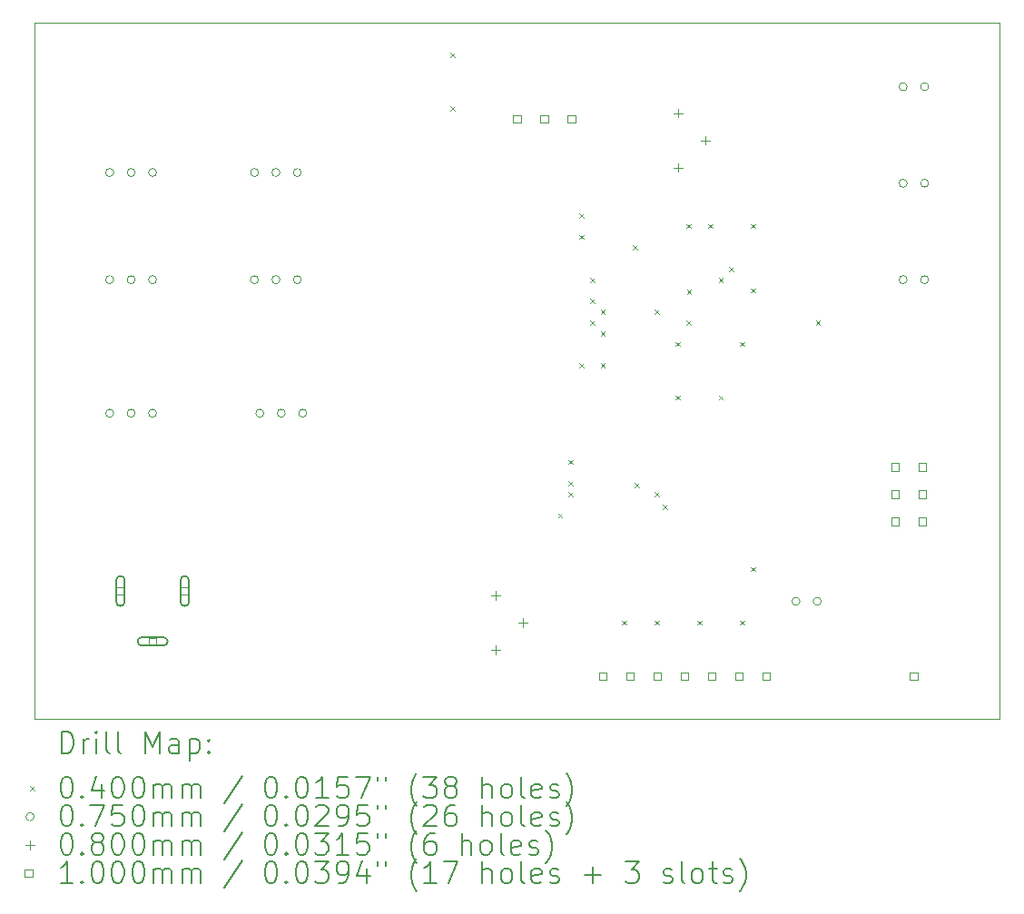
<source format=gbr>
%FSLAX45Y45*%
G04 Gerber Fmt 4.5, Leading zero omitted, Abs format (unit mm)*
G04 Created by KiCad (PCBNEW 6.0.2+dfsg-1) date 2022-11-12 16:15:43*
%MOMM*%
%LPD*%
G01*
G04 APERTURE LIST*
%TA.AperFunction,Profile*%
%ADD10C,0.100000*%
%TD*%
%ADD11C,0.200000*%
%ADD12C,0.040000*%
%ADD13C,0.075000*%
%ADD14C,0.080000*%
%ADD15C,0.100000*%
G04 APERTURE END LIST*
D10*
X19800000Y-6400000D02*
X10800000Y-6400000D01*
X10800000Y-6400000D02*
X10800000Y-12900000D01*
X10800000Y-12900000D02*
X19800000Y-12900000D01*
X19800000Y-12900000D02*
X19800000Y-6400000D01*
D11*
D12*
X14680000Y-6680000D02*
X14720000Y-6720000D01*
X14720000Y-6680000D02*
X14680000Y-6720000D01*
X14680000Y-7180000D02*
X14720000Y-7220000D01*
X14720000Y-7180000D02*
X14680000Y-7220000D01*
X15680000Y-10980000D02*
X15720000Y-11020000D01*
X15720000Y-10980000D02*
X15680000Y-11020000D01*
X15780000Y-10480000D02*
X15820000Y-10520000D01*
X15820000Y-10480000D02*
X15780000Y-10520000D01*
X15780000Y-10680000D02*
X15820000Y-10720000D01*
X15820000Y-10680000D02*
X15780000Y-10720000D01*
X15780000Y-10780000D02*
X15820000Y-10820000D01*
X15820000Y-10780000D02*
X15780000Y-10820000D01*
X15880000Y-8180000D02*
X15920000Y-8220000D01*
X15920000Y-8180000D02*
X15880000Y-8220000D01*
X15880000Y-8380000D02*
X15920000Y-8420000D01*
X15920000Y-8380000D02*
X15880000Y-8420000D01*
X15880000Y-9580000D02*
X15920000Y-9620000D01*
X15920000Y-9580000D02*
X15880000Y-9620000D01*
X15980000Y-8780000D02*
X16020000Y-8820000D01*
X16020000Y-8780000D02*
X15980000Y-8820000D01*
X15980000Y-8980000D02*
X16020000Y-9020000D01*
X16020000Y-8980000D02*
X15980000Y-9020000D01*
X15980000Y-9180000D02*
X16020000Y-9220000D01*
X16020000Y-9180000D02*
X15980000Y-9220000D01*
X16080000Y-9080000D02*
X16120000Y-9120000D01*
X16120000Y-9080000D02*
X16080000Y-9120000D01*
X16080000Y-9280000D02*
X16120000Y-9320000D01*
X16120000Y-9280000D02*
X16080000Y-9320000D01*
X16080000Y-9580000D02*
X16120000Y-9620000D01*
X16120000Y-9580000D02*
X16080000Y-9620000D01*
X16280000Y-11980000D02*
X16320000Y-12020000D01*
X16320000Y-11980000D02*
X16280000Y-12020000D01*
X16380000Y-8480000D02*
X16420000Y-8520000D01*
X16420000Y-8480000D02*
X16380000Y-8520000D01*
X16397500Y-10697500D02*
X16437500Y-10737500D01*
X16437500Y-10697500D02*
X16397500Y-10737500D01*
X16580000Y-10780000D02*
X16620000Y-10820000D01*
X16620000Y-10780000D02*
X16580000Y-10820000D01*
X16580000Y-11980000D02*
X16620000Y-12020000D01*
X16620000Y-11980000D02*
X16580000Y-12020000D01*
X16581230Y-9078770D02*
X16621230Y-9118770D01*
X16621230Y-9078770D02*
X16581230Y-9118770D01*
X16660000Y-10900000D02*
X16700000Y-10940000D01*
X16700000Y-10900000D02*
X16660000Y-10940000D01*
X16780000Y-9380000D02*
X16820000Y-9420000D01*
X16820000Y-9380000D02*
X16780000Y-9420000D01*
X16780000Y-9880000D02*
X16820000Y-9920000D01*
X16820000Y-9880000D02*
X16780000Y-9920000D01*
X16880000Y-8280000D02*
X16920000Y-8320000D01*
X16920000Y-8280000D02*
X16880000Y-8320000D01*
X16880000Y-9180000D02*
X16920000Y-9220000D01*
X16920000Y-9180000D02*
X16880000Y-9220000D01*
X16882600Y-8894950D02*
X16922600Y-8934950D01*
X16922600Y-8894950D02*
X16882600Y-8934950D01*
X16980000Y-11980000D02*
X17020000Y-12020000D01*
X17020000Y-11980000D02*
X16980000Y-12020000D01*
X17080000Y-8280000D02*
X17120000Y-8320000D01*
X17120000Y-8280000D02*
X17080000Y-8320000D01*
X17180000Y-8780000D02*
X17220000Y-8820000D01*
X17220000Y-8780000D02*
X17180000Y-8820000D01*
X17180000Y-9880000D02*
X17220000Y-9920000D01*
X17220000Y-9880000D02*
X17180000Y-9920000D01*
X17280000Y-8680000D02*
X17320000Y-8720000D01*
X17320000Y-8680000D02*
X17280000Y-8720000D01*
X17380000Y-9380000D02*
X17420000Y-9420000D01*
X17420000Y-9380000D02*
X17380000Y-9420000D01*
X17380000Y-11980000D02*
X17420000Y-12020000D01*
X17420000Y-11980000D02*
X17380000Y-12020000D01*
X17480000Y-8280000D02*
X17520000Y-8320000D01*
X17520000Y-8280000D02*
X17480000Y-8320000D01*
X17480000Y-8880000D02*
X17520000Y-8920000D01*
X17520000Y-8880000D02*
X17480000Y-8920000D01*
X17480000Y-11480000D02*
X17520000Y-11520000D01*
X17520000Y-11480000D02*
X17480000Y-11520000D01*
X18085000Y-9180000D02*
X18125000Y-9220000D01*
X18125000Y-9180000D02*
X18085000Y-9220000D01*
D13*
X11537500Y-7800000D02*
G75*
G03*
X11537500Y-7800000I-37500J0D01*
G01*
X11537500Y-8800000D02*
G75*
G03*
X11537500Y-8800000I-37500J0D01*
G01*
X11537500Y-10045000D02*
G75*
G03*
X11537500Y-10045000I-37500J0D01*
G01*
X11737500Y-7800000D02*
G75*
G03*
X11737500Y-7800000I-37500J0D01*
G01*
X11737500Y-8800000D02*
G75*
G03*
X11737500Y-8800000I-37500J0D01*
G01*
X11737500Y-10045000D02*
G75*
G03*
X11737500Y-10045000I-37500J0D01*
G01*
X11937500Y-7800000D02*
G75*
G03*
X11937500Y-7800000I-37500J0D01*
G01*
X11937500Y-8800000D02*
G75*
G03*
X11937500Y-8800000I-37500J0D01*
G01*
X11937500Y-10045000D02*
G75*
G03*
X11937500Y-10045000I-37500J0D01*
G01*
X12887500Y-7800000D02*
G75*
G03*
X12887500Y-7800000I-37500J0D01*
G01*
X12887500Y-8800000D02*
G75*
G03*
X12887500Y-8800000I-37500J0D01*
G01*
X12937500Y-10045000D02*
G75*
G03*
X12937500Y-10045000I-37500J0D01*
G01*
X13087500Y-7800000D02*
G75*
G03*
X13087500Y-7800000I-37500J0D01*
G01*
X13087500Y-8800000D02*
G75*
G03*
X13087500Y-8800000I-37500J0D01*
G01*
X13137500Y-10045000D02*
G75*
G03*
X13137500Y-10045000I-37500J0D01*
G01*
X13287500Y-7800000D02*
G75*
G03*
X13287500Y-7800000I-37500J0D01*
G01*
X13287500Y-8800000D02*
G75*
G03*
X13287500Y-8800000I-37500J0D01*
G01*
X13337500Y-10045000D02*
G75*
G03*
X13337500Y-10045000I-37500J0D01*
G01*
X17937500Y-11800000D02*
G75*
G03*
X17937500Y-11800000I-37500J0D01*
G01*
X18137500Y-11800000D02*
G75*
G03*
X18137500Y-11800000I-37500J0D01*
G01*
X18937500Y-7000000D02*
G75*
G03*
X18937500Y-7000000I-37500J0D01*
G01*
X18937500Y-7900000D02*
G75*
G03*
X18937500Y-7900000I-37500J0D01*
G01*
X18937500Y-8800000D02*
G75*
G03*
X18937500Y-8800000I-37500J0D01*
G01*
X19137500Y-7000000D02*
G75*
G03*
X19137500Y-7000000I-37500J0D01*
G01*
X19137500Y-7900000D02*
G75*
G03*
X19137500Y-7900000I-37500J0D01*
G01*
X19137500Y-8800000D02*
G75*
G03*
X19137500Y-8800000I-37500J0D01*
G01*
D14*
X15101500Y-11706000D02*
X15101500Y-11786000D01*
X15061500Y-11746000D02*
X15141500Y-11746000D01*
X15101500Y-12214000D02*
X15101500Y-12294000D01*
X15061500Y-12254000D02*
X15141500Y-12254000D01*
X15355500Y-11960000D02*
X15355500Y-12040000D01*
X15315500Y-12000000D02*
X15395500Y-12000000D01*
X16801500Y-7206000D02*
X16801500Y-7286000D01*
X16761500Y-7246000D02*
X16841500Y-7246000D01*
X16801500Y-7714000D02*
X16801500Y-7794000D01*
X16761500Y-7754000D02*
X16841500Y-7754000D01*
X17055500Y-7460000D02*
X17055500Y-7540000D01*
X17015500Y-7500000D02*
X17095500Y-7500000D01*
D15*
X11635356Y-11739606D02*
X11635356Y-11668894D01*
X11564644Y-11668894D01*
X11564644Y-11739606D01*
X11635356Y-11739606D01*
D11*
X11560000Y-11604250D02*
X11560000Y-11804250D01*
X11640000Y-11604250D02*
X11640000Y-11804250D01*
X11560000Y-11804250D02*
G75*
G03*
X11640000Y-11804250I40000J0D01*
G01*
X11640000Y-11604250D02*
G75*
G03*
X11560000Y-11604250I-40000J0D01*
G01*
D15*
X11935356Y-12209606D02*
X11935356Y-12138894D01*
X11864644Y-12138894D01*
X11864644Y-12209606D01*
X11935356Y-12209606D01*
D11*
X11800000Y-12214250D02*
X12000000Y-12214250D01*
X11800000Y-12134250D02*
X12000000Y-12134250D01*
X12000000Y-12214250D02*
G75*
G03*
X12000000Y-12134250I0J40000D01*
G01*
X11800000Y-12134250D02*
G75*
G03*
X11800000Y-12214250I0J-40000D01*
G01*
D15*
X12235356Y-11739606D02*
X12235356Y-11668894D01*
X12164644Y-11668894D01*
X12164644Y-11739606D01*
X12235356Y-11739606D01*
D11*
X12160000Y-11604250D02*
X12160000Y-11804250D01*
X12240000Y-11604250D02*
X12240000Y-11804250D01*
X12160000Y-11804250D02*
G75*
G03*
X12240000Y-11804250I40000J0D01*
G01*
X12240000Y-11604250D02*
G75*
G03*
X12160000Y-11604250I-40000J0D01*
G01*
D15*
X15335356Y-7335356D02*
X15335356Y-7264644D01*
X15264644Y-7264644D01*
X15264644Y-7335356D01*
X15335356Y-7335356D01*
X15589356Y-7335356D02*
X15589356Y-7264644D01*
X15518644Y-7264644D01*
X15518644Y-7335356D01*
X15589356Y-7335356D01*
X15843356Y-7335356D02*
X15843356Y-7264644D01*
X15772644Y-7264644D01*
X15772644Y-7335356D01*
X15843356Y-7335356D01*
X16135356Y-12535356D02*
X16135356Y-12464644D01*
X16064644Y-12464644D01*
X16064644Y-12535356D01*
X16135356Y-12535356D01*
X16389356Y-12535356D02*
X16389356Y-12464644D01*
X16318644Y-12464644D01*
X16318644Y-12535356D01*
X16389356Y-12535356D01*
X16643356Y-12535356D02*
X16643356Y-12464644D01*
X16572644Y-12464644D01*
X16572644Y-12535356D01*
X16643356Y-12535356D01*
X16897356Y-12535356D02*
X16897356Y-12464644D01*
X16826644Y-12464644D01*
X16826644Y-12535356D01*
X16897356Y-12535356D01*
X17151356Y-12535356D02*
X17151356Y-12464644D01*
X17080644Y-12464644D01*
X17080644Y-12535356D01*
X17151356Y-12535356D01*
X17405356Y-12535356D02*
X17405356Y-12464644D01*
X17334644Y-12464644D01*
X17334644Y-12535356D01*
X17405356Y-12535356D01*
X17659356Y-12535356D02*
X17659356Y-12464644D01*
X17588644Y-12464644D01*
X17588644Y-12535356D01*
X17659356Y-12535356D01*
X18860106Y-10580856D02*
X18860106Y-10510144D01*
X18789394Y-10510144D01*
X18789394Y-10580856D01*
X18860106Y-10580856D01*
X18860106Y-10834856D02*
X18860106Y-10764144D01*
X18789394Y-10764144D01*
X18789394Y-10834856D01*
X18860106Y-10834856D01*
X18860106Y-11088856D02*
X18860106Y-11018144D01*
X18789394Y-11018144D01*
X18789394Y-11088856D01*
X18860106Y-11088856D01*
X19035356Y-12535356D02*
X19035356Y-12464644D01*
X18964644Y-12464644D01*
X18964644Y-12535356D01*
X19035356Y-12535356D01*
X19114106Y-10580856D02*
X19114106Y-10510144D01*
X19043394Y-10510144D01*
X19043394Y-10580856D01*
X19114106Y-10580856D01*
X19114106Y-10834856D02*
X19114106Y-10764144D01*
X19043394Y-10764144D01*
X19043394Y-10834856D01*
X19114106Y-10834856D01*
X19114106Y-11088856D02*
X19114106Y-11018144D01*
X19043394Y-11018144D01*
X19043394Y-11088856D01*
X19114106Y-11088856D01*
D11*
X11052619Y-13215476D02*
X11052619Y-13015476D01*
X11100238Y-13015476D01*
X11128810Y-13025000D01*
X11147857Y-13044048D01*
X11157381Y-13063095D01*
X11166905Y-13101190D01*
X11166905Y-13129762D01*
X11157381Y-13167857D01*
X11147857Y-13186905D01*
X11128810Y-13205952D01*
X11100238Y-13215476D01*
X11052619Y-13215476D01*
X11252619Y-13215476D02*
X11252619Y-13082143D01*
X11252619Y-13120238D02*
X11262143Y-13101190D01*
X11271667Y-13091667D01*
X11290714Y-13082143D01*
X11309762Y-13082143D01*
X11376428Y-13215476D02*
X11376428Y-13082143D01*
X11376428Y-13015476D02*
X11366905Y-13025000D01*
X11376428Y-13034524D01*
X11385952Y-13025000D01*
X11376428Y-13015476D01*
X11376428Y-13034524D01*
X11500238Y-13215476D02*
X11481190Y-13205952D01*
X11471667Y-13186905D01*
X11471667Y-13015476D01*
X11605000Y-13215476D02*
X11585952Y-13205952D01*
X11576428Y-13186905D01*
X11576428Y-13015476D01*
X11833571Y-13215476D02*
X11833571Y-13015476D01*
X11900238Y-13158333D01*
X11966905Y-13015476D01*
X11966905Y-13215476D01*
X12147857Y-13215476D02*
X12147857Y-13110714D01*
X12138333Y-13091667D01*
X12119286Y-13082143D01*
X12081190Y-13082143D01*
X12062143Y-13091667D01*
X12147857Y-13205952D02*
X12128809Y-13215476D01*
X12081190Y-13215476D01*
X12062143Y-13205952D01*
X12052619Y-13186905D01*
X12052619Y-13167857D01*
X12062143Y-13148809D01*
X12081190Y-13139286D01*
X12128809Y-13139286D01*
X12147857Y-13129762D01*
X12243095Y-13082143D02*
X12243095Y-13282143D01*
X12243095Y-13091667D02*
X12262143Y-13082143D01*
X12300238Y-13082143D01*
X12319286Y-13091667D01*
X12328809Y-13101190D01*
X12338333Y-13120238D01*
X12338333Y-13177381D01*
X12328809Y-13196428D01*
X12319286Y-13205952D01*
X12300238Y-13215476D01*
X12262143Y-13215476D01*
X12243095Y-13205952D01*
X12424048Y-13196428D02*
X12433571Y-13205952D01*
X12424048Y-13215476D01*
X12414524Y-13205952D01*
X12424048Y-13196428D01*
X12424048Y-13215476D01*
X12424048Y-13091667D02*
X12433571Y-13101190D01*
X12424048Y-13110714D01*
X12414524Y-13101190D01*
X12424048Y-13091667D01*
X12424048Y-13110714D01*
D12*
X10755000Y-13525000D02*
X10795000Y-13565000D01*
X10795000Y-13525000D02*
X10755000Y-13565000D01*
D11*
X11090714Y-13435476D02*
X11109762Y-13435476D01*
X11128810Y-13445000D01*
X11138333Y-13454524D01*
X11147857Y-13473571D01*
X11157381Y-13511667D01*
X11157381Y-13559286D01*
X11147857Y-13597381D01*
X11138333Y-13616428D01*
X11128810Y-13625952D01*
X11109762Y-13635476D01*
X11090714Y-13635476D01*
X11071667Y-13625952D01*
X11062143Y-13616428D01*
X11052619Y-13597381D01*
X11043095Y-13559286D01*
X11043095Y-13511667D01*
X11052619Y-13473571D01*
X11062143Y-13454524D01*
X11071667Y-13445000D01*
X11090714Y-13435476D01*
X11243095Y-13616428D02*
X11252619Y-13625952D01*
X11243095Y-13635476D01*
X11233571Y-13625952D01*
X11243095Y-13616428D01*
X11243095Y-13635476D01*
X11424048Y-13502143D02*
X11424048Y-13635476D01*
X11376428Y-13425952D02*
X11328809Y-13568809D01*
X11452619Y-13568809D01*
X11566905Y-13435476D02*
X11585952Y-13435476D01*
X11605000Y-13445000D01*
X11614524Y-13454524D01*
X11624048Y-13473571D01*
X11633571Y-13511667D01*
X11633571Y-13559286D01*
X11624048Y-13597381D01*
X11614524Y-13616428D01*
X11605000Y-13625952D01*
X11585952Y-13635476D01*
X11566905Y-13635476D01*
X11547857Y-13625952D01*
X11538333Y-13616428D01*
X11528809Y-13597381D01*
X11519286Y-13559286D01*
X11519286Y-13511667D01*
X11528809Y-13473571D01*
X11538333Y-13454524D01*
X11547857Y-13445000D01*
X11566905Y-13435476D01*
X11757381Y-13435476D02*
X11776428Y-13435476D01*
X11795476Y-13445000D01*
X11805000Y-13454524D01*
X11814524Y-13473571D01*
X11824048Y-13511667D01*
X11824048Y-13559286D01*
X11814524Y-13597381D01*
X11805000Y-13616428D01*
X11795476Y-13625952D01*
X11776428Y-13635476D01*
X11757381Y-13635476D01*
X11738333Y-13625952D01*
X11728809Y-13616428D01*
X11719286Y-13597381D01*
X11709762Y-13559286D01*
X11709762Y-13511667D01*
X11719286Y-13473571D01*
X11728809Y-13454524D01*
X11738333Y-13445000D01*
X11757381Y-13435476D01*
X11909762Y-13635476D02*
X11909762Y-13502143D01*
X11909762Y-13521190D02*
X11919286Y-13511667D01*
X11938333Y-13502143D01*
X11966905Y-13502143D01*
X11985952Y-13511667D01*
X11995476Y-13530714D01*
X11995476Y-13635476D01*
X11995476Y-13530714D02*
X12005000Y-13511667D01*
X12024048Y-13502143D01*
X12052619Y-13502143D01*
X12071667Y-13511667D01*
X12081190Y-13530714D01*
X12081190Y-13635476D01*
X12176428Y-13635476D02*
X12176428Y-13502143D01*
X12176428Y-13521190D02*
X12185952Y-13511667D01*
X12205000Y-13502143D01*
X12233571Y-13502143D01*
X12252619Y-13511667D01*
X12262143Y-13530714D01*
X12262143Y-13635476D01*
X12262143Y-13530714D02*
X12271667Y-13511667D01*
X12290714Y-13502143D01*
X12319286Y-13502143D01*
X12338333Y-13511667D01*
X12347857Y-13530714D01*
X12347857Y-13635476D01*
X12738333Y-13425952D02*
X12566905Y-13683095D01*
X12995476Y-13435476D02*
X13014524Y-13435476D01*
X13033571Y-13445000D01*
X13043095Y-13454524D01*
X13052619Y-13473571D01*
X13062143Y-13511667D01*
X13062143Y-13559286D01*
X13052619Y-13597381D01*
X13043095Y-13616428D01*
X13033571Y-13625952D01*
X13014524Y-13635476D01*
X12995476Y-13635476D01*
X12976428Y-13625952D01*
X12966905Y-13616428D01*
X12957381Y-13597381D01*
X12947857Y-13559286D01*
X12947857Y-13511667D01*
X12957381Y-13473571D01*
X12966905Y-13454524D01*
X12976428Y-13445000D01*
X12995476Y-13435476D01*
X13147857Y-13616428D02*
X13157381Y-13625952D01*
X13147857Y-13635476D01*
X13138333Y-13625952D01*
X13147857Y-13616428D01*
X13147857Y-13635476D01*
X13281190Y-13435476D02*
X13300238Y-13435476D01*
X13319286Y-13445000D01*
X13328809Y-13454524D01*
X13338333Y-13473571D01*
X13347857Y-13511667D01*
X13347857Y-13559286D01*
X13338333Y-13597381D01*
X13328809Y-13616428D01*
X13319286Y-13625952D01*
X13300238Y-13635476D01*
X13281190Y-13635476D01*
X13262143Y-13625952D01*
X13252619Y-13616428D01*
X13243095Y-13597381D01*
X13233571Y-13559286D01*
X13233571Y-13511667D01*
X13243095Y-13473571D01*
X13252619Y-13454524D01*
X13262143Y-13445000D01*
X13281190Y-13435476D01*
X13538333Y-13635476D02*
X13424048Y-13635476D01*
X13481190Y-13635476D02*
X13481190Y-13435476D01*
X13462143Y-13464048D01*
X13443095Y-13483095D01*
X13424048Y-13492619D01*
X13719286Y-13435476D02*
X13624048Y-13435476D01*
X13614524Y-13530714D01*
X13624048Y-13521190D01*
X13643095Y-13511667D01*
X13690714Y-13511667D01*
X13709762Y-13521190D01*
X13719286Y-13530714D01*
X13728809Y-13549762D01*
X13728809Y-13597381D01*
X13719286Y-13616428D01*
X13709762Y-13625952D01*
X13690714Y-13635476D01*
X13643095Y-13635476D01*
X13624048Y-13625952D01*
X13614524Y-13616428D01*
X13795476Y-13435476D02*
X13928809Y-13435476D01*
X13843095Y-13635476D01*
X13995476Y-13435476D02*
X13995476Y-13473571D01*
X14071667Y-13435476D02*
X14071667Y-13473571D01*
X14366905Y-13711667D02*
X14357381Y-13702143D01*
X14338333Y-13673571D01*
X14328809Y-13654524D01*
X14319286Y-13625952D01*
X14309762Y-13578333D01*
X14309762Y-13540238D01*
X14319286Y-13492619D01*
X14328809Y-13464048D01*
X14338333Y-13445000D01*
X14357381Y-13416428D01*
X14366905Y-13406905D01*
X14424048Y-13435476D02*
X14547857Y-13435476D01*
X14481190Y-13511667D01*
X14509762Y-13511667D01*
X14528809Y-13521190D01*
X14538333Y-13530714D01*
X14547857Y-13549762D01*
X14547857Y-13597381D01*
X14538333Y-13616428D01*
X14528809Y-13625952D01*
X14509762Y-13635476D01*
X14452619Y-13635476D01*
X14433571Y-13625952D01*
X14424048Y-13616428D01*
X14662143Y-13521190D02*
X14643095Y-13511667D01*
X14633571Y-13502143D01*
X14624048Y-13483095D01*
X14624048Y-13473571D01*
X14633571Y-13454524D01*
X14643095Y-13445000D01*
X14662143Y-13435476D01*
X14700238Y-13435476D01*
X14719286Y-13445000D01*
X14728809Y-13454524D01*
X14738333Y-13473571D01*
X14738333Y-13483095D01*
X14728809Y-13502143D01*
X14719286Y-13511667D01*
X14700238Y-13521190D01*
X14662143Y-13521190D01*
X14643095Y-13530714D01*
X14633571Y-13540238D01*
X14624048Y-13559286D01*
X14624048Y-13597381D01*
X14633571Y-13616428D01*
X14643095Y-13625952D01*
X14662143Y-13635476D01*
X14700238Y-13635476D01*
X14719286Y-13625952D01*
X14728809Y-13616428D01*
X14738333Y-13597381D01*
X14738333Y-13559286D01*
X14728809Y-13540238D01*
X14719286Y-13530714D01*
X14700238Y-13521190D01*
X14976428Y-13635476D02*
X14976428Y-13435476D01*
X15062143Y-13635476D02*
X15062143Y-13530714D01*
X15052619Y-13511667D01*
X15033571Y-13502143D01*
X15005000Y-13502143D01*
X14985952Y-13511667D01*
X14976428Y-13521190D01*
X15185952Y-13635476D02*
X15166905Y-13625952D01*
X15157381Y-13616428D01*
X15147857Y-13597381D01*
X15147857Y-13540238D01*
X15157381Y-13521190D01*
X15166905Y-13511667D01*
X15185952Y-13502143D01*
X15214524Y-13502143D01*
X15233571Y-13511667D01*
X15243095Y-13521190D01*
X15252619Y-13540238D01*
X15252619Y-13597381D01*
X15243095Y-13616428D01*
X15233571Y-13625952D01*
X15214524Y-13635476D01*
X15185952Y-13635476D01*
X15366905Y-13635476D02*
X15347857Y-13625952D01*
X15338333Y-13606905D01*
X15338333Y-13435476D01*
X15519286Y-13625952D02*
X15500238Y-13635476D01*
X15462143Y-13635476D01*
X15443095Y-13625952D01*
X15433571Y-13606905D01*
X15433571Y-13530714D01*
X15443095Y-13511667D01*
X15462143Y-13502143D01*
X15500238Y-13502143D01*
X15519286Y-13511667D01*
X15528809Y-13530714D01*
X15528809Y-13549762D01*
X15433571Y-13568809D01*
X15605000Y-13625952D02*
X15624048Y-13635476D01*
X15662143Y-13635476D01*
X15681190Y-13625952D01*
X15690714Y-13606905D01*
X15690714Y-13597381D01*
X15681190Y-13578333D01*
X15662143Y-13568809D01*
X15633571Y-13568809D01*
X15614524Y-13559286D01*
X15605000Y-13540238D01*
X15605000Y-13530714D01*
X15614524Y-13511667D01*
X15633571Y-13502143D01*
X15662143Y-13502143D01*
X15681190Y-13511667D01*
X15757381Y-13711667D02*
X15766905Y-13702143D01*
X15785952Y-13673571D01*
X15795476Y-13654524D01*
X15805000Y-13625952D01*
X15814524Y-13578333D01*
X15814524Y-13540238D01*
X15805000Y-13492619D01*
X15795476Y-13464048D01*
X15785952Y-13445000D01*
X15766905Y-13416428D01*
X15757381Y-13406905D01*
D13*
X10795000Y-13809000D02*
G75*
G03*
X10795000Y-13809000I-37500J0D01*
G01*
D11*
X11090714Y-13699476D02*
X11109762Y-13699476D01*
X11128810Y-13709000D01*
X11138333Y-13718524D01*
X11147857Y-13737571D01*
X11157381Y-13775667D01*
X11157381Y-13823286D01*
X11147857Y-13861381D01*
X11138333Y-13880428D01*
X11128810Y-13889952D01*
X11109762Y-13899476D01*
X11090714Y-13899476D01*
X11071667Y-13889952D01*
X11062143Y-13880428D01*
X11052619Y-13861381D01*
X11043095Y-13823286D01*
X11043095Y-13775667D01*
X11052619Y-13737571D01*
X11062143Y-13718524D01*
X11071667Y-13709000D01*
X11090714Y-13699476D01*
X11243095Y-13880428D02*
X11252619Y-13889952D01*
X11243095Y-13899476D01*
X11233571Y-13889952D01*
X11243095Y-13880428D01*
X11243095Y-13899476D01*
X11319286Y-13699476D02*
X11452619Y-13699476D01*
X11366905Y-13899476D01*
X11624048Y-13699476D02*
X11528809Y-13699476D01*
X11519286Y-13794714D01*
X11528809Y-13785190D01*
X11547857Y-13775667D01*
X11595476Y-13775667D01*
X11614524Y-13785190D01*
X11624048Y-13794714D01*
X11633571Y-13813762D01*
X11633571Y-13861381D01*
X11624048Y-13880428D01*
X11614524Y-13889952D01*
X11595476Y-13899476D01*
X11547857Y-13899476D01*
X11528809Y-13889952D01*
X11519286Y-13880428D01*
X11757381Y-13699476D02*
X11776428Y-13699476D01*
X11795476Y-13709000D01*
X11805000Y-13718524D01*
X11814524Y-13737571D01*
X11824048Y-13775667D01*
X11824048Y-13823286D01*
X11814524Y-13861381D01*
X11805000Y-13880428D01*
X11795476Y-13889952D01*
X11776428Y-13899476D01*
X11757381Y-13899476D01*
X11738333Y-13889952D01*
X11728809Y-13880428D01*
X11719286Y-13861381D01*
X11709762Y-13823286D01*
X11709762Y-13775667D01*
X11719286Y-13737571D01*
X11728809Y-13718524D01*
X11738333Y-13709000D01*
X11757381Y-13699476D01*
X11909762Y-13899476D02*
X11909762Y-13766143D01*
X11909762Y-13785190D02*
X11919286Y-13775667D01*
X11938333Y-13766143D01*
X11966905Y-13766143D01*
X11985952Y-13775667D01*
X11995476Y-13794714D01*
X11995476Y-13899476D01*
X11995476Y-13794714D02*
X12005000Y-13775667D01*
X12024048Y-13766143D01*
X12052619Y-13766143D01*
X12071667Y-13775667D01*
X12081190Y-13794714D01*
X12081190Y-13899476D01*
X12176428Y-13899476D02*
X12176428Y-13766143D01*
X12176428Y-13785190D02*
X12185952Y-13775667D01*
X12205000Y-13766143D01*
X12233571Y-13766143D01*
X12252619Y-13775667D01*
X12262143Y-13794714D01*
X12262143Y-13899476D01*
X12262143Y-13794714D02*
X12271667Y-13775667D01*
X12290714Y-13766143D01*
X12319286Y-13766143D01*
X12338333Y-13775667D01*
X12347857Y-13794714D01*
X12347857Y-13899476D01*
X12738333Y-13689952D02*
X12566905Y-13947095D01*
X12995476Y-13699476D02*
X13014524Y-13699476D01*
X13033571Y-13709000D01*
X13043095Y-13718524D01*
X13052619Y-13737571D01*
X13062143Y-13775667D01*
X13062143Y-13823286D01*
X13052619Y-13861381D01*
X13043095Y-13880428D01*
X13033571Y-13889952D01*
X13014524Y-13899476D01*
X12995476Y-13899476D01*
X12976428Y-13889952D01*
X12966905Y-13880428D01*
X12957381Y-13861381D01*
X12947857Y-13823286D01*
X12947857Y-13775667D01*
X12957381Y-13737571D01*
X12966905Y-13718524D01*
X12976428Y-13709000D01*
X12995476Y-13699476D01*
X13147857Y-13880428D02*
X13157381Y-13889952D01*
X13147857Y-13899476D01*
X13138333Y-13889952D01*
X13147857Y-13880428D01*
X13147857Y-13899476D01*
X13281190Y-13699476D02*
X13300238Y-13699476D01*
X13319286Y-13709000D01*
X13328809Y-13718524D01*
X13338333Y-13737571D01*
X13347857Y-13775667D01*
X13347857Y-13823286D01*
X13338333Y-13861381D01*
X13328809Y-13880428D01*
X13319286Y-13889952D01*
X13300238Y-13899476D01*
X13281190Y-13899476D01*
X13262143Y-13889952D01*
X13252619Y-13880428D01*
X13243095Y-13861381D01*
X13233571Y-13823286D01*
X13233571Y-13775667D01*
X13243095Y-13737571D01*
X13252619Y-13718524D01*
X13262143Y-13709000D01*
X13281190Y-13699476D01*
X13424048Y-13718524D02*
X13433571Y-13709000D01*
X13452619Y-13699476D01*
X13500238Y-13699476D01*
X13519286Y-13709000D01*
X13528809Y-13718524D01*
X13538333Y-13737571D01*
X13538333Y-13756619D01*
X13528809Y-13785190D01*
X13414524Y-13899476D01*
X13538333Y-13899476D01*
X13633571Y-13899476D02*
X13671667Y-13899476D01*
X13690714Y-13889952D01*
X13700238Y-13880428D01*
X13719286Y-13851857D01*
X13728809Y-13813762D01*
X13728809Y-13737571D01*
X13719286Y-13718524D01*
X13709762Y-13709000D01*
X13690714Y-13699476D01*
X13652619Y-13699476D01*
X13633571Y-13709000D01*
X13624048Y-13718524D01*
X13614524Y-13737571D01*
X13614524Y-13785190D01*
X13624048Y-13804238D01*
X13633571Y-13813762D01*
X13652619Y-13823286D01*
X13690714Y-13823286D01*
X13709762Y-13813762D01*
X13719286Y-13804238D01*
X13728809Y-13785190D01*
X13909762Y-13699476D02*
X13814524Y-13699476D01*
X13805000Y-13794714D01*
X13814524Y-13785190D01*
X13833571Y-13775667D01*
X13881190Y-13775667D01*
X13900238Y-13785190D01*
X13909762Y-13794714D01*
X13919286Y-13813762D01*
X13919286Y-13861381D01*
X13909762Y-13880428D01*
X13900238Y-13889952D01*
X13881190Y-13899476D01*
X13833571Y-13899476D01*
X13814524Y-13889952D01*
X13805000Y-13880428D01*
X13995476Y-13699476D02*
X13995476Y-13737571D01*
X14071667Y-13699476D02*
X14071667Y-13737571D01*
X14366905Y-13975667D02*
X14357381Y-13966143D01*
X14338333Y-13937571D01*
X14328809Y-13918524D01*
X14319286Y-13889952D01*
X14309762Y-13842333D01*
X14309762Y-13804238D01*
X14319286Y-13756619D01*
X14328809Y-13728048D01*
X14338333Y-13709000D01*
X14357381Y-13680428D01*
X14366905Y-13670905D01*
X14433571Y-13718524D02*
X14443095Y-13709000D01*
X14462143Y-13699476D01*
X14509762Y-13699476D01*
X14528809Y-13709000D01*
X14538333Y-13718524D01*
X14547857Y-13737571D01*
X14547857Y-13756619D01*
X14538333Y-13785190D01*
X14424048Y-13899476D01*
X14547857Y-13899476D01*
X14719286Y-13699476D02*
X14681190Y-13699476D01*
X14662143Y-13709000D01*
X14652619Y-13718524D01*
X14633571Y-13747095D01*
X14624048Y-13785190D01*
X14624048Y-13861381D01*
X14633571Y-13880428D01*
X14643095Y-13889952D01*
X14662143Y-13899476D01*
X14700238Y-13899476D01*
X14719286Y-13889952D01*
X14728809Y-13880428D01*
X14738333Y-13861381D01*
X14738333Y-13813762D01*
X14728809Y-13794714D01*
X14719286Y-13785190D01*
X14700238Y-13775667D01*
X14662143Y-13775667D01*
X14643095Y-13785190D01*
X14633571Y-13794714D01*
X14624048Y-13813762D01*
X14976428Y-13899476D02*
X14976428Y-13699476D01*
X15062143Y-13899476D02*
X15062143Y-13794714D01*
X15052619Y-13775667D01*
X15033571Y-13766143D01*
X15005000Y-13766143D01*
X14985952Y-13775667D01*
X14976428Y-13785190D01*
X15185952Y-13899476D02*
X15166905Y-13889952D01*
X15157381Y-13880428D01*
X15147857Y-13861381D01*
X15147857Y-13804238D01*
X15157381Y-13785190D01*
X15166905Y-13775667D01*
X15185952Y-13766143D01*
X15214524Y-13766143D01*
X15233571Y-13775667D01*
X15243095Y-13785190D01*
X15252619Y-13804238D01*
X15252619Y-13861381D01*
X15243095Y-13880428D01*
X15233571Y-13889952D01*
X15214524Y-13899476D01*
X15185952Y-13899476D01*
X15366905Y-13899476D02*
X15347857Y-13889952D01*
X15338333Y-13870905D01*
X15338333Y-13699476D01*
X15519286Y-13889952D02*
X15500238Y-13899476D01*
X15462143Y-13899476D01*
X15443095Y-13889952D01*
X15433571Y-13870905D01*
X15433571Y-13794714D01*
X15443095Y-13775667D01*
X15462143Y-13766143D01*
X15500238Y-13766143D01*
X15519286Y-13775667D01*
X15528809Y-13794714D01*
X15528809Y-13813762D01*
X15433571Y-13832809D01*
X15605000Y-13889952D02*
X15624048Y-13899476D01*
X15662143Y-13899476D01*
X15681190Y-13889952D01*
X15690714Y-13870905D01*
X15690714Y-13861381D01*
X15681190Y-13842333D01*
X15662143Y-13832809D01*
X15633571Y-13832809D01*
X15614524Y-13823286D01*
X15605000Y-13804238D01*
X15605000Y-13794714D01*
X15614524Y-13775667D01*
X15633571Y-13766143D01*
X15662143Y-13766143D01*
X15681190Y-13775667D01*
X15757381Y-13975667D02*
X15766905Y-13966143D01*
X15785952Y-13937571D01*
X15795476Y-13918524D01*
X15805000Y-13889952D01*
X15814524Y-13842333D01*
X15814524Y-13804238D01*
X15805000Y-13756619D01*
X15795476Y-13728048D01*
X15785952Y-13709000D01*
X15766905Y-13680428D01*
X15757381Y-13670905D01*
D14*
X10755000Y-14033000D02*
X10755000Y-14113000D01*
X10715000Y-14073000D02*
X10795000Y-14073000D01*
D11*
X11090714Y-13963476D02*
X11109762Y-13963476D01*
X11128810Y-13973000D01*
X11138333Y-13982524D01*
X11147857Y-14001571D01*
X11157381Y-14039667D01*
X11157381Y-14087286D01*
X11147857Y-14125381D01*
X11138333Y-14144428D01*
X11128810Y-14153952D01*
X11109762Y-14163476D01*
X11090714Y-14163476D01*
X11071667Y-14153952D01*
X11062143Y-14144428D01*
X11052619Y-14125381D01*
X11043095Y-14087286D01*
X11043095Y-14039667D01*
X11052619Y-14001571D01*
X11062143Y-13982524D01*
X11071667Y-13973000D01*
X11090714Y-13963476D01*
X11243095Y-14144428D02*
X11252619Y-14153952D01*
X11243095Y-14163476D01*
X11233571Y-14153952D01*
X11243095Y-14144428D01*
X11243095Y-14163476D01*
X11366905Y-14049190D02*
X11347857Y-14039667D01*
X11338333Y-14030143D01*
X11328809Y-14011095D01*
X11328809Y-14001571D01*
X11338333Y-13982524D01*
X11347857Y-13973000D01*
X11366905Y-13963476D01*
X11405000Y-13963476D01*
X11424048Y-13973000D01*
X11433571Y-13982524D01*
X11443095Y-14001571D01*
X11443095Y-14011095D01*
X11433571Y-14030143D01*
X11424048Y-14039667D01*
X11405000Y-14049190D01*
X11366905Y-14049190D01*
X11347857Y-14058714D01*
X11338333Y-14068238D01*
X11328809Y-14087286D01*
X11328809Y-14125381D01*
X11338333Y-14144428D01*
X11347857Y-14153952D01*
X11366905Y-14163476D01*
X11405000Y-14163476D01*
X11424048Y-14153952D01*
X11433571Y-14144428D01*
X11443095Y-14125381D01*
X11443095Y-14087286D01*
X11433571Y-14068238D01*
X11424048Y-14058714D01*
X11405000Y-14049190D01*
X11566905Y-13963476D02*
X11585952Y-13963476D01*
X11605000Y-13973000D01*
X11614524Y-13982524D01*
X11624048Y-14001571D01*
X11633571Y-14039667D01*
X11633571Y-14087286D01*
X11624048Y-14125381D01*
X11614524Y-14144428D01*
X11605000Y-14153952D01*
X11585952Y-14163476D01*
X11566905Y-14163476D01*
X11547857Y-14153952D01*
X11538333Y-14144428D01*
X11528809Y-14125381D01*
X11519286Y-14087286D01*
X11519286Y-14039667D01*
X11528809Y-14001571D01*
X11538333Y-13982524D01*
X11547857Y-13973000D01*
X11566905Y-13963476D01*
X11757381Y-13963476D02*
X11776428Y-13963476D01*
X11795476Y-13973000D01*
X11805000Y-13982524D01*
X11814524Y-14001571D01*
X11824048Y-14039667D01*
X11824048Y-14087286D01*
X11814524Y-14125381D01*
X11805000Y-14144428D01*
X11795476Y-14153952D01*
X11776428Y-14163476D01*
X11757381Y-14163476D01*
X11738333Y-14153952D01*
X11728809Y-14144428D01*
X11719286Y-14125381D01*
X11709762Y-14087286D01*
X11709762Y-14039667D01*
X11719286Y-14001571D01*
X11728809Y-13982524D01*
X11738333Y-13973000D01*
X11757381Y-13963476D01*
X11909762Y-14163476D02*
X11909762Y-14030143D01*
X11909762Y-14049190D02*
X11919286Y-14039667D01*
X11938333Y-14030143D01*
X11966905Y-14030143D01*
X11985952Y-14039667D01*
X11995476Y-14058714D01*
X11995476Y-14163476D01*
X11995476Y-14058714D02*
X12005000Y-14039667D01*
X12024048Y-14030143D01*
X12052619Y-14030143D01*
X12071667Y-14039667D01*
X12081190Y-14058714D01*
X12081190Y-14163476D01*
X12176428Y-14163476D02*
X12176428Y-14030143D01*
X12176428Y-14049190D02*
X12185952Y-14039667D01*
X12205000Y-14030143D01*
X12233571Y-14030143D01*
X12252619Y-14039667D01*
X12262143Y-14058714D01*
X12262143Y-14163476D01*
X12262143Y-14058714D02*
X12271667Y-14039667D01*
X12290714Y-14030143D01*
X12319286Y-14030143D01*
X12338333Y-14039667D01*
X12347857Y-14058714D01*
X12347857Y-14163476D01*
X12738333Y-13953952D02*
X12566905Y-14211095D01*
X12995476Y-13963476D02*
X13014524Y-13963476D01*
X13033571Y-13973000D01*
X13043095Y-13982524D01*
X13052619Y-14001571D01*
X13062143Y-14039667D01*
X13062143Y-14087286D01*
X13052619Y-14125381D01*
X13043095Y-14144428D01*
X13033571Y-14153952D01*
X13014524Y-14163476D01*
X12995476Y-14163476D01*
X12976428Y-14153952D01*
X12966905Y-14144428D01*
X12957381Y-14125381D01*
X12947857Y-14087286D01*
X12947857Y-14039667D01*
X12957381Y-14001571D01*
X12966905Y-13982524D01*
X12976428Y-13973000D01*
X12995476Y-13963476D01*
X13147857Y-14144428D02*
X13157381Y-14153952D01*
X13147857Y-14163476D01*
X13138333Y-14153952D01*
X13147857Y-14144428D01*
X13147857Y-14163476D01*
X13281190Y-13963476D02*
X13300238Y-13963476D01*
X13319286Y-13973000D01*
X13328809Y-13982524D01*
X13338333Y-14001571D01*
X13347857Y-14039667D01*
X13347857Y-14087286D01*
X13338333Y-14125381D01*
X13328809Y-14144428D01*
X13319286Y-14153952D01*
X13300238Y-14163476D01*
X13281190Y-14163476D01*
X13262143Y-14153952D01*
X13252619Y-14144428D01*
X13243095Y-14125381D01*
X13233571Y-14087286D01*
X13233571Y-14039667D01*
X13243095Y-14001571D01*
X13252619Y-13982524D01*
X13262143Y-13973000D01*
X13281190Y-13963476D01*
X13414524Y-13963476D02*
X13538333Y-13963476D01*
X13471667Y-14039667D01*
X13500238Y-14039667D01*
X13519286Y-14049190D01*
X13528809Y-14058714D01*
X13538333Y-14077762D01*
X13538333Y-14125381D01*
X13528809Y-14144428D01*
X13519286Y-14153952D01*
X13500238Y-14163476D01*
X13443095Y-14163476D01*
X13424048Y-14153952D01*
X13414524Y-14144428D01*
X13728809Y-14163476D02*
X13614524Y-14163476D01*
X13671667Y-14163476D02*
X13671667Y-13963476D01*
X13652619Y-13992048D01*
X13633571Y-14011095D01*
X13614524Y-14020619D01*
X13909762Y-13963476D02*
X13814524Y-13963476D01*
X13805000Y-14058714D01*
X13814524Y-14049190D01*
X13833571Y-14039667D01*
X13881190Y-14039667D01*
X13900238Y-14049190D01*
X13909762Y-14058714D01*
X13919286Y-14077762D01*
X13919286Y-14125381D01*
X13909762Y-14144428D01*
X13900238Y-14153952D01*
X13881190Y-14163476D01*
X13833571Y-14163476D01*
X13814524Y-14153952D01*
X13805000Y-14144428D01*
X13995476Y-13963476D02*
X13995476Y-14001571D01*
X14071667Y-13963476D02*
X14071667Y-14001571D01*
X14366905Y-14239667D02*
X14357381Y-14230143D01*
X14338333Y-14201571D01*
X14328809Y-14182524D01*
X14319286Y-14153952D01*
X14309762Y-14106333D01*
X14309762Y-14068238D01*
X14319286Y-14020619D01*
X14328809Y-13992048D01*
X14338333Y-13973000D01*
X14357381Y-13944428D01*
X14366905Y-13934905D01*
X14528809Y-13963476D02*
X14490714Y-13963476D01*
X14471667Y-13973000D01*
X14462143Y-13982524D01*
X14443095Y-14011095D01*
X14433571Y-14049190D01*
X14433571Y-14125381D01*
X14443095Y-14144428D01*
X14452619Y-14153952D01*
X14471667Y-14163476D01*
X14509762Y-14163476D01*
X14528809Y-14153952D01*
X14538333Y-14144428D01*
X14547857Y-14125381D01*
X14547857Y-14077762D01*
X14538333Y-14058714D01*
X14528809Y-14049190D01*
X14509762Y-14039667D01*
X14471667Y-14039667D01*
X14452619Y-14049190D01*
X14443095Y-14058714D01*
X14433571Y-14077762D01*
X14785952Y-14163476D02*
X14785952Y-13963476D01*
X14871667Y-14163476D02*
X14871667Y-14058714D01*
X14862143Y-14039667D01*
X14843095Y-14030143D01*
X14814524Y-14030143D01*
X14795476Y-14039667D01*
X14785952Y-14049190D01*
X14995476Y-14163476D02*
X14976428Y-14153952D01*
X14966905Y-14144428D01*
X14957381Y-14125381D01*
X14957381Y-14068238D01*
X14966905Y-14049190D01*
X14976428Y-14039667D01*
X14995476Y-14030143D01*
X15024048Y-14030143D01*
X15043095Y-14039667D01*
X15052619Y-14049190D01*
X15062143Y-14068238D01*
X15062143Y-14125381D01*
X15052619Y-14144428D01*
X15043095Y-14153952D01*
X15024048Y-14163476D01*
X14995476Y-14163476D01*
X15176428Y-14163476D02*
X15157381Y-14153952D01*
X15147857Y-14134905D01*
X15147857Y-13963476D01*
X15328809Y-14153952D02*
X15309762Y-14163476D01*
X15271667Y-14163476D01*
X15252619Y-14153952D01*
X15243095Y-14134905D01*
X15243095Y-14058714D01*
X15252619Y-14039667D01*
X15271667Y-14030143D01*
X15309762Y-14030143D01*
X15328809Y-14039667D01*
X15338333Y-14058714D01*
X15338333Y-14077762D01*
X15243095Y-14096809D01*
X15414524Y-14153952D02*
X15433571Y-14163476D01*
X15471667Y-14163476D01*
X15490714Y-14153952D01*
X15500238Y-14134905D01*
X15500238Y-14125381D01*
X15490714Y-14106333D01*
X15471667Y-14096809D01*
X15443095Y-14096809D01*
X15424048Y-14087286D01*
X15414524Y-14068238D01*
X15414524Y-14058714D01*
X15424048Y-14039667D01*
X15443095Y-14030143D01*
X15471667Y-14030143D01*
X15490714Y-14039667D01*
X15566905Y-14239667D02*
X15576428Y-14230143D01*
X15595476Y-14201571D01*
X15605000Y-14182524D01*
X15614524Y-14153952D01*
X15624048Y-14106333D01*
X15624048Y-14068238D01*
X15614524Y-14020619D01*
X15605000Y-13992048D01*
X15595476Y-13973000D01*
X15576428Y-13944428D01*
X15566905Y-13934905D01*
D15*
X10780356Y-14372356D02*
X10780356Y-14301644D01*
X10709644Y-14301644D01*
X10709644Y-14372356D01*
X10780356Y-14372356D01*
D11*
X11157381Y-14427476D02*
X11043095Y-14427476D01*
X11100238Y-14427476D02*
X11100238Y-14227476D01*
X11081190Y-14256048D01*
X11062143Y-14275095D01*
X11043095Y-14284619D01*
X11243095Y-14408428D02*
X11252619Y-14417952D01*
X11243095Y-14427476D01*
X11233571Y-14417952D01*
X11243095Y-14408428D01*
X11243095Y-14427476D01*
X11376428Y-14227476D02*
X11395476Y-14227476D01*
X11414524Y-14237000D01*
X11424048Y-14246524D01*
X11433571Y-14265571D01*
X11443095Y-14303667D01*
X11443095Y-14351286D01*
X11433571Y-14389381D01*
X11424048Y-14408428D01*
X11414524Y-14417952D01*
X11395476Y-14427476D01*
X11376428Y-14427476D01*
X11357381Y-14417952D01*
X11347857Y-14408428D01*
X11338333Y-14389381D01*
X11328809Y-14351286D01*
X11328809Y-14303667D01*
X11338333Y-14265571D01*
X11347857Y-14246524D01*
X11357381Y-14237000D01*
X11376428Y-14227476D01*
X11566905Y-14227476D02*
X11585952Y-14227476D01*
X11605000Y-14237000D01*
X11614524Y-14246524D01*
X11624048Y-14265571D01*
X11633571Y-14303667D01*
X11633571Y-14351286D01*
X11624048Y-14389381D01*
X11614524Y-14408428D01*
X11605000Y-14417952D01*
X11585952Y-14427476D01*
X11566905Y-14427476D01*
X11547857Y-14417952D01*
X11538333Y-14408428D01*
X11528809Y-14389381D01*
X11519286Y-14351286D01*
X11519286Y-14303667D01*
X11528809Y-14265571D01*
X11538333Y-14246524D01*
X11547857Y-14237000D01*
X11566905Y-14227476D01*
X11757381Y-14227476D02*
X11776428Y-14227476D01*
X11795476Y-14237000D01*
X11805000Y-14246524D01*
X11814524Y-14265571D01*
X11824048Y-14303667D01*
X11824048Y-14351286D01*
X11814524Y-14389381D01*
X11805000Y-14408428D01*
X11795476Y-14417952D01*
X11776428Y-14427476D01*
X11757381Y-14427476D01*
X11738333Y-14417952D01*
X11728809Y-14408428D01*
X11719286Y-14389381D01*
X11709762Y-14351286D01*
X11709762Y-14303667D01*
X11719286Y-14265571D01*
X11728809Y-14246524D01*
X11738333Y-14237000D01*
X11757381Y-14227476D01*
X11909762Y-14427476D02*
X11909762Y-14294143D01*
X11909762Y-14313190D02*
X11919286Y-14303667D01*
X11938333Y-14294143D01*
X11966905Y-14294143D01*
X11985952Y-14303667D01*
X11995476Y-14322714D01*
X11995476Y-14427476D01*
X11995476Y-14322714D02*
X12005000Y-14303667D01*
X12024048Y-14294143D01*
X12052619Y-14294143D01*
X12071667Y-14303667D01*
X12081190Y-14322714D01*
X12081190Y-14427476D01*
X12176428Y-14427476D02*
X12176428Y-14294143D01*
X12176428Y-14313190D02*
X12185952Y-14303667D01*
X12205000Y-14294143D01*
X12233571Y-14294143D01*
X12252619Y-14303667D01*
X12262143Y-14322714D01*
X12262143Y-14427476D01*
X12262143Y-14322714D02*
X12271667Y-14303667D01*
X12290714Y-14294143D01*
X12319286Y-14294143D01*
X12338333Y-14303667D01*
X12347857Y-14322714D01*
X12347857Y-14427476D01*
X12738333Y-14217952D02*
X12566905Y-14475095D01*
X12995476Y-14227476D02*
X13014524Y-14227476D01*
X13033571Y-14237000D01*
X13043095Y-14246524D01*
X13052619Y-14265571D01*
X13062143Y-14303667D01*
X13062143Y-14351286D01*
X13052619Y-14389381D01*
X13043095Y-14408428D01*
X13033571Y-14417952D01*
X13014524Y-14427476D01*
X12995476Y-14427476D01*
X12976428Y-14417952D01*
X12966905Y-14408428D01*
X12957381Y-14389381D01*
X12947857Y-14351286D01*
X12947857Y-14303667D01*
X12957381Y-14265571D01*
X12966905Y-14246524D01*
X12976428Y-14237000D01*
X12995476Y-14227476D01*
X13147857Y-14408428D02*
X13157381Y-14417952D01*
X13147857Y-14427476D01*
X13138333Y-14417952D01*
X13147857Y-14408428D01*
X13147857Y-14427476D01*
X13281190Y-14227476D02*
X13300238Y-14227476D01*
X13319286Y-14237000D01*
X13328809Y-14246524D01*
X13338333Y-14265571D01*
X13347857Y-14303667D01*
X13347857Y-14351286D01*
X13338333Y-14389381D01*
X13328809Y-14408428D01*
X13319286Y-14417952D01*
X13300238Y-14427476D01*
X13281190Y-14427476D01*
X13262143Y-14417952D01*
X13252619Y-14408428D01*
X13243095Y-14389381D01*
X13233571Y-14351286D01*
X13233571Y-14303667D01*
X13243095Y-14265571D01*
X13252619Y-14246524D01*
X13262143Y-14237000D01*
X13281190Y-14227476D01*
X13414524Y-14227476D02*
X13538333Y-14227476D01*
X13471667Y-14303667D01*
X13500238Y-14303667D01*
X13519286Y-14313190D01*
X13528809Y-14322714D01*
X13538333Y-14341762D01*
X13538333Y-14389381D01*
X13528809Y-14408428D01*
X13519286Y-14417952D01*
X13500238Y-14427476D01*
X13443095Y-14427476D01*
X13424048Y-14417952D01*
X13414524Y-14408428D01*
X13633571Y-14427476D02*
X13671667Y-14427476D01*
X13690714Y-14417952D01*
X13700238Y-14408428D01*
X13719286Y-14379857D01*
X13728809Y-14341762D01*
X13728809Y-14265571D01*
X13719286Y-14246524D01*
X13709762Y-14237000D01*
X13690714Y-14227476D01*
X13652619Y-14227476D01*
X13633571Y-14237000D01*
X13624048Y-14246524D01*
X13614524Y-14265571D01*
X13614524Y-14313190D01*
X13624048Y-14332238D01*
X13633571Y-14341762D01*
X13652619Y-14351286D01*
X13690714Y-14351286D01*
X13709762Y-14341762D01*
X13719286Y-14332238D01*
X13728809Y-14313190D01*
X13900238Y-14294143D02*
X13900238Y-14427476D01*
X13852619Y-14217952D02*
X13805000Y-14360809D01*
X13928809Y-14360809D01*
X13995476Y-14227476D02*
X13995476Y-14265571D01*
X14071667Y-14227476D02*
X14071667Y-14265571D01*
X14366905Y-14503667D02*
X14357381Y-14494143D01*
X14338333Y-14465571D01*
X14328809Y-14446524D01*
X14319286Y-14417952D01*
X14309762Y-14370333D01*
X14309762Y-14332238D01*
X14319286Y-14284619D01*
X14328809Y-14256048D01*
X14338333Y-14237000D01*
X14357381Y-14208428D01*
X14366905Y-14198905D01*
X14547857Y-14427476D02*
X14433571Y-14427476D01*
X14490714Y-14427476D02*
X14490714Y-14227476D01*
X14471667Y-14256048D01*
X14452619Y-14275095D01*
X14433571Y-14284619D01*
X14614524Y-14227476D02*
X14747857Y-14227476D01*
X14662143Y-14427476D01*
X14976428Y-14427476D02*
X14976428Y-14227476D01*
X15062143Y-14427476D02*
X15062143Y-14322714D01*
X15052619Y-14303667D01*
X15033571Y-14294143D01*
X15005000Y-14294143D01*
X14985952Y-14303667D01*
X14976428Y-14313190D01*
X15185952Y-14427476D02*
X15166905Y-14417952D01*
X15157381Y-14408428D01*
X15147857Y-14389381D01*
X15147857Y-14332238D01*
X15157381Y-14313190D01*
X15166905Y-14303667D01*
X15185952Y-14294143D01*
X15214524Y-14294143D01*
X15233571Y-14303667D01*
X15243095Y-14313190D01*
X15252619Y-14332238D01*
X15252619Y-14389381D01*
X15243095Y-14408428D01*
X15233571Y-14417952D01*
X15214524Y-14427476D01*
X15185952Y-14427476D01*
X15366905Y-14427476D02*
X15347857Y-14417952D01*
X15338333Y-14398905D01*
X15338333Y-14227476D01*
X15519286Y-14417952D02*
X15500238Y-14427476D01*
X15462143Y-14427476D01*
X15443095Y-14417952D01*
X15433571Y-14398905D01*
X15433571Y-14322714D01*
X15443095Y-14303667D01*
X15462143Y-14294143D01*
X15500238Y-14294143D01*
X15519286Y-14303667D01*
X15528809Y-14322714D01*
X15528809Y-14341762D01*
X15433571Y-14360809D01*
X15605000Y-14417952D02*
X15624048Y-14427476D01*
X15662143Y-14427476D01*
X15681190Y-14417952D01*
X15690714Y-14398905D01*
X15690714Y-14389381D01*
X15681190Y-14370333D01*
X15662143Y-14360809D01*
X15633571Y-14360809D01*
X15614524Y-14351286D01*
X15605000Y-14332238D01*
X15605000Y-14322714D01*
X15614524Y-14303667D01*
X15633571Y-14294143D01*
X15662143Y-14294143D01*
X15681190Y-14303667D01*
X15928809Y-14351286D02*
X16081190Y-14351286D01*
X16005000Y-14427476D02*
X16005000Y-14275095D01*
X16309762Y-14227476D02*
X16433571Y-14227476D01*
X16366905Y-14303667D01*
X16395476Y-14303667D01*
X16414524Y-14313190D01*
X16424048Y-14322714D01*
X16433571Y-14341762D01*
X16433571Y-14389381D01*
X16424048Y-14408428D01*
X16414524Y-14417952D01*
X16395476Y-14427476D01*
X16338333Y-14427476D01*
X16319286Y-14417952D01*
X16309762Y-14408428D01*
X16662143Y-14417952D02*
X16681190Y-14427476D01*
X16719286Y-14427476D01*
X16738333Y-14417952D01*
X16747857Y-14398905D01*
X16747857Y-14389381D01*
X16738333Y-14370333D01*
X16719286Y-14360809D01*
X16690714Y-14360809D01*
X16671667Y-14351286D01*
X16662143Y-14332238D01*
X16662143Y-14322714D01*
X16671667Y-14303667D01*
X16690714Y-14294143D01*
X16719286Y-14294143D01*
X16738333Y-14303667D01*
X16862143Y-14427476D02*
X16843095Y-14417952D01*
X16833571Y-14398905D01*
X16833571Y-14227476D01*
X16966905Y-14427476D02*
X16947857Y-14417952D01*
X16938333Y-14408428D01*
X16928810Y-14389381D01*
X16928810Y-14332238D01*
X16938333Y-14313190D01*
X16947857Y-14303667D01*
X16966905Y-14294143D01*
X16995476Y-14294143D01*
X17014524Y-14303667D01*
X17024048Y-14313190D01*
X17033571Y-14332238D01*
X17033571Y-14389381D01*
X17024048Y-14408428D01*
X17014524Y-14417952D01*
X16995476Y-14427476D01*
X16966905Y-14427476D01*
X17090714Y-14294143D02*
X17166905Y-14294143D01*
X17119286Y-14227476D02*
X17119286Y-14398905D01*
X17128810Y-14417952D01*
X17147857Y-14427476D01*
X17166905Y-14427476D01*
X17224048Y-14417952D02*
X17243095Y-14427476D01*
X17281190Y-14427476D01*
X17300238Y-14417952D01*
X17309762Y-14398905D01*
X17309762Y-14389381D01*
X17300238Y-14370333D01*
X17281190Y-14360809D01*
X17252619Y-14360809D01*
X17233571Y-14351286D01*
X17224048Y-14332238D01*
X17224048Y-14322714D01*
X17233571Y-14303667D01*
X17252619Y-14294143D01*
X17281190Y-14294143D01*
X17300238Y-14303667D01*
X17376429Y-14503667D02*
X17385952Y-14494143D01*
X17405000Y-14465571D01*
X17414524Y-14446524D01*
X17424048Y-14417952D01*
X17433571Y-14370333D01*
X17433571Y-14332238D01*
X17424048Y-14284619D01*
X17414524Y-14256048D01*
X17405000Y-14237000D01*
X17385952Y-14208428D01*
X17376429Y-14198905D01*
M02*

</source>
